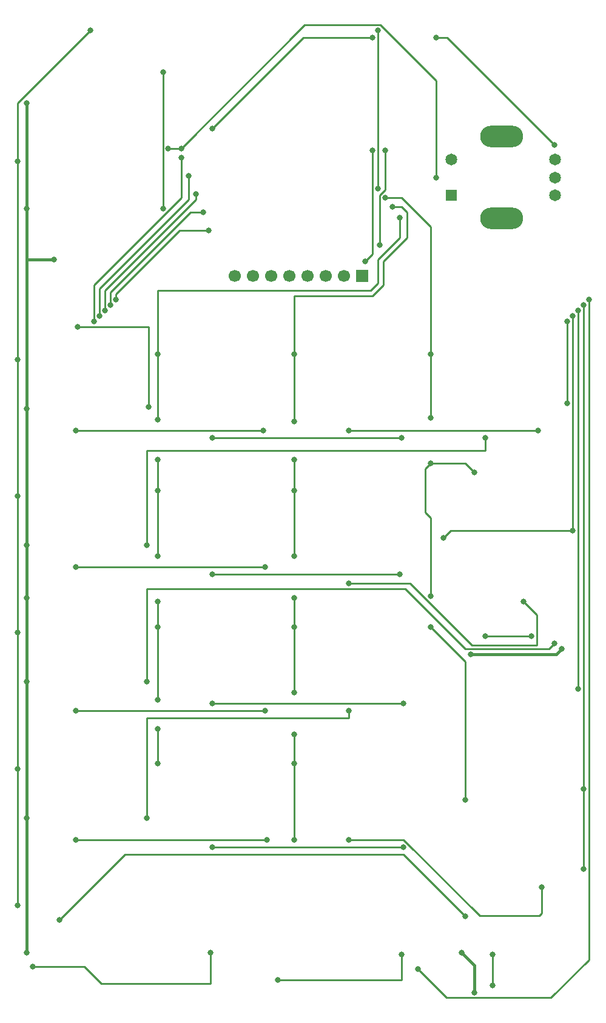
<source format=gbr>
%TF.GenerationSoftware,KiCad,Pcbnew,(5.1.6)-1*%
%TF.CreationDate,2021-03-03T00:47:03-05:00*%
%TF.ProjectId,Numpadulator,4e756d70-6164-4756-9c61-746f722e6b69,rev?*%
%TF.SameCoordinates,Original*%
%TF.FileFunction,Copper,L1,Top*%
%TF.FilePolarity,Positive*%
%FSLAX46Y46*%
G04 Gerber Fmt 4.6, Leading zero omitted, Abs format (unit mm)*
G04 Created by KiCad (PCBNEW (5.1.6)-1) date 2021-03-03 00:47:03*
%MOMM*%
%LPD*%
G01*
G04 APERTURE LIST*
%TA.AperFunction,ComponentPad*%
%ADD10O,6.000000X3.000000*%
%TD*%
%TA.AperFunction,ComponentPad*%
%ADD11C,1.650000*%
%TD*%
%TA.AperFunction,ComponentPad*%
%ADD12R,1.650000X1.650000*%
%TD*%
%TA.AperFunction,ComponentPad*%
%ADD13C,1.700000*%
%TD*%
%TA.AperFunction,ComponentPad*%
%ADD14R,1.700000X1.700000*%
%TD*%
%TA.AperFunction,ViaPad*%
%ADD15C,0.800000*%
%TD*%
%TA.AperFunction,Conductor*%
%ADD16C,0.381000*%
%TD*%
%TA.AperFunction,Conductor*%
%ADD17C,0.254000*%
%TD*%
G04 APERTURE END LIST*
D10*
%TO.P,SW19,2*%
%TO.N,N/C*%
X120396000Y-50434000D03*
%TO.P,SW19,1*%
X120396000Y-61834000D03*
D11*
%TO.P,SW19,B*%
%TO.N,ROTB*%
X127896000Y-53634000D03*
%TO.P,SW19,C*%
%TO.N,GND*%
X127896000Y-56134000D03*
%TO.P,SW19,A*%
%TO.N,ROTA*%
X127896000Y-58634000D03*
%TO.P,SW19,S2*%
%TO.N,Net-(D19-Pad2)*%
X113396000Y-53634000D03*
D12*
%TO.P,SW19,S1*%
%TO.N,COL3*%
X113396000Y-58634000D03*
%TD*%
D13*
%TO.P,U2,8*%
%TO.N,GND*%
X83185000Y-69850000D03*
%TO.P,U2,7*%
%TO.N,VCC*%
X85725000Y-69850000D03*
%TO.P,U2,6*%
%TO.N,Net-(U2-Pad6)*%
X88265000Y-69850000D03*
%TO.P,U2,5*%
%TO.N,Net-(U2-Pad5)*%
X90805000Y-69850000D03*
%TO.P,U2,4*%
%TO.N,Net-(U2-Pad4)*%
X93345000Y-69850000D03*
%TO.P,U2,3*%
%TO.N,Net-(U2-Pad3)*%
X95885000Y-69850000D03*
%TO.P,U2,2*%
%TO.N,SCL*%
X98425000Y-69850000D03*
D14*
%TO.P,U2,1*%
%TO.N,SDA*%
X100965000Y-69850000D03*
%TD*%
D15*
%TO.N,VCC*%
X54102000Y-45720000D03*
X54102000Y-60452000D03*
X54102000Y-88392000D03*
X54102000Y-107442000D03*
X54102000Y-126492000D03*
X54102000Y-145542000D03*
X54102000Y-164338000D03*
X57912000Y-67564000D03*
X54102000Y-114808000D03*
X116586000Y-169926000D03*
X114808000Y-164338000D03*
X116078000Y-122682000D03*
X128778000Y-121920000D03*
%TO.N,ROW0*%
X75692000Y-52070000D03*
X73885500Y-52070000D03*
X111252000Y-56134000D03*
%TO.N,ROW1*%
X75692000Y-53340000D03*
X63500000Y-76200000D03*
X129540000Y-76200000D03*
X129540000Y-87630000D03*
%TO.N,ROW2*%
X76708000Y-55880000D03*
X64262000Y-75438000D03*
X130302000Y-75438000D03*
X112268000Y-106426000D03*
X130302000Y-105410000D03*
%TO.N,ROW3*%
X77724000Y-58420000D03*
X65024000Y-74676000D03*
X131064000Y-74676000D03*
X131064000Y-127508000D03*
%TO.N,ROW4*%
X78740000Y-60960000D03*
X65786000Y-73914000D03*
X131826000Y-73914000D03*
X131826000Y-152654000D03*
X131826000Y-141478000D03*
%TO.N,ROW5*%
X79502000Y-63500000D03*
X66548000Y-73152000D03*
X132588000Y-73152000D03*
X108712000Y-166624000D03*
%TO.N,COL0*%
X52832000Y-53848000D03*
X52832000Y-81534000D03*
X52832000Y-100584000D03*
X52832000Y-119634000D03*
X52832000Y-138684000D03*
X52832000Y-157734000D03*
X103124000Y-57658000D03*
X103124000Y-35560000D03*
X62992000Y-35560000D03*
%TO.N,Net-(D24-Pad1)*%
X71120000Y-88138000D03*
%TO.N,LED*%
X73152000Y-60452000D03*
X73152000Y-41402000D03*
%TO.N,Net-(SW2-Pad2)*%
X60960000Y-91440000D03*
X87122000Y-91440000D03*
%TO.N,Net-(D25-Pad1)*%
X60960000Y-110490000D03*
X87376000Y-110490000D03*
%TO.N,Net-(SW16-Pad2)*%
X118110000Y-92456000D03*
X70866000Y-107442000D03*
%TO.N,Net-(SW4-Pad2)*%
X60960000Y-130556000D03*
X87376000Y-130556000D03*
%TO.N,Net-(SW10-Pad4)*%
X60960000Y-148590000D03*
X87630000Y-148590000D03*
%TO.N,Net-(SW13-Pad2)*%
X99060000Y-130556000D03*
X70866000Y-145542000D03*
%TO.N,COL1*%
X106172000Y-61722000D03*
X72390000Y-89916000D03*
X72390000Y-95504000D03*
X72390000Y-108966000D03*
X72390000Y-115316000D03*
X72390000Y-118872000D03*
X72390000Y-99822000D03*
X72390000Y-129032000D03*
X72390000Y-133096000D03*
X72390000Y-137922000D03*
X72390000Y-80772000D03*
%TO.N,Net-(SW11-Pad4)*%
X80010000Y-92456000D03*
X106426000Y-92456000D03*
%TO.N,Net-(SW12-Pad4)*%
X80010000Y-111506000D03*
X106172000Y-111506000D03*
%TO.N,Net-(SW13-Pad4)*%
X80010000Y-129540000D03*
X106680000Y-129540000D03*
%TO.N,Net-(SW10-Pad2)*%
X80010000Y-149606000D03*
X106680000Y-149606000D03*
%TO.N,COL2*%
X105156000Y-60198000D03*
X91440000Y-80772000D03*
X91440000Y-90170000D03*
X91440000Y-95504000D03*
X91440000Y-99822000D03*
X91440000Y-108966000D03*
X91440000Y-114808000D03*
X91440000Y-118872000D03*
X91440000Y-128016000D03*
X91440000Y-133858000D03*
X91440000Y-137922000D03*
X91440000Y-148590000D03*
%TO.N,Net-(SW11-Pad2)*%
X99060000Y-91440000D03*
X125476000Y-91440000D03*
%TO.N,COL3*%
X104140000Y-58928000D03*
X110490000Y-80772000D03*
X110490000Y-89662000D03*
X110490000Y-96012000D03*
X110490000Y-118872000D03*
X110490000Y-114554000D03*
X116586000Y-97282000D03*
X115316000Y-143002000D03*
%TO.N,ROTB*%
X80010000Y-49276000D03*
X102362000Y-36576000D03*
X111252000Y-36576000D03*
X127762000Y-51562000D03*
%TO.N,SDA*%
X104140000Y-52324000D03*
X103378000Y-65532000D03*
%TO.N,SCL*%
X102362000Y-52324000D03*
X101346000Y-67818000D03*
%TO.N,Net-(D20-Pad2)*%
X89154000Y-168148000D03*
X106426000Y-164592000D03*
%TO.N,Net-(D20-Pad4)*%
X79756000Y-164338000D03*
X54959637Y-166271599D03*
%TO.N,Net-(D22-Pad2)*%
X115316000Y-159258000D03*
%TO.N,Net-(D26-Pad1)*%
X70866000Y-126492000D03*
%TO.N,Net-(D21-Pad2)*%
X118110000Y-120142000D03*
X124622000Y-120142000D03*
%TO.N,Net-(D21-Pad4)*%
X99060000Y-112776000D03*
X123444000Y-115316000D03*
%TO.N,Net-(D22-Pad4)*%
X99060000Y-148590000D03*
X125984000Y-155194000D03*
%TO.N,Net-(D24-Pad1)*%
X61214000Y-76962000D03*
%TO.N,Net-(D28-Pad3)*%
X119126000Y-168910000D03*
X119126000Y-164592000D03*
%TO.N,Net-(D22-Pad2)*%
X58674000Y-159766000D03*
%TO.N,Net-(D26-Pad1)*%
X127762000Y-121158000D03*
%TD*%
D16*
%TO.N,VCC*%
X54102000Y-45720000D02*
X54102000Y-60198000D01*
X54102000Y-60198000D02*
X54102000Y-60452000D01*
X54102000Y-125984000D02*
X54102000Y-126492000D01*
X54102000Y-106934000D02*
X54102000Y-107442000D01*
X54102000Y-87884000D02*
X54102000Y-88392000D01*
X54102000Y-88392000D02*
X54102000Y-88392000D01*
X54102000Y-87122000D02*
X54102000Y-87884000D01*
X54102000Y-106172000D02*
X54102000Y-106934000D01*
X54102000Y-125222000D02*
X54102000Y-125984000D01*
X54102000Y-163068000D02*
X54102000Y-163068000D01*
X54102000Y-144272000D02*
X54102000Y-145034000D01*
X54102000Y-145034000D02*
X54102000Y-145542000D01*
X54102000Y-149200962D02*
X54102000Y-163068000D01*
X54102000Y-90424000D02*
X54102000Y-106172000D01*
X54102000Y-128524000D02*
X54102000Y-144272000D01*
X54102000Y-147574000D02*
X54102000Y-149200962D01*
X54102000Y-163068000D02*
X54102000Y-164338000D01*
X54102000Y-88392000D02*
X54102000Y-90424000D01*
X54102000Y-107442000D02*
X54102000Y-109474000D01*
X54102000Y-126492000D02*
X54102000Y-128524000D01*
X54102000Y-145542000D02*
X54102000Y-147574000D01*
X54102000Y-67564000D02*
X54102000Y-87122000D01*
X54102000Y-60452000D02*
X54102000Y-67564000D01*
X54102000Y-67564000D02*
X57912000Y-67564000D01*
X54102000Y-114808000D02*
X54102000Y-125222000D01*
X54102000Y-109474000D02*
X54102000Y-114808000D01*
X116586000Y-169926000D02*
X116586000Y-166116000D01*
X116586000Y-166116000D02*
X114808000Y-164338000D01*
X116078000Y-122682000D02*
X128016000Y-122682000D01*
X128016000Y-122682000D02*
X128778000Y-121920000D01*
D17*
%TO.N,ROW0*%
X75692000Y-52070000D02*
X73885500Y-52070000D01*
X111252000Y-42612038D02*
X111252000Y-56134000D01*
X75692000Y-52070000D02*
X92929001Y-34832999D01*
X103472961Y-34832999D02*
X111252000Y-42612038D01*
X92929001Y-34832999D02*
X103472961Y-34832999D01*
%TO.N,ROW1*%
X63500000Y-71179962D02*
X63500000Y-76200000D01*
X75692000Y-53340000D02*
X75692000Y-58987962D01*
X75692000Y-58987962D02*
X63500000Y-71179962D01*
X129540000Y-76200000D02*
X129540000Y-87630000D01*
%TO.N,ROW2*%
X76708000Y-55880000D02*
X76708000Y-59182000D01*
X76708000Y-59182000D02*
X64262000Y-71628000D01*
X64262000Y-71628000D02*
X64262000Y-75438000D01*
X130302000Y-75438000D02*
X130302000Y-87943962D01*
X130302000Y-87943962D02*
X130302000Y-105410000D01*
X113284000Y-105410000D02*
X112268000Y-106426000D01*
X130302000Y-105410000D02*
X113284000Y-105410000D01*
%TO.N,ROW3*%
X77724000Y-58420000D02*
X77724000Y-59182000D01*
X77724000Y-59182000D02*
X65024000Y-71882000D01*
X65024000Y-71882000D02*
X65024000Y-74676000D01*
X131064000Y-74676000D02*
X131064000Y-127508000D01*
%TO.N,ROW4*%
X78740000Y-60960000D02*
X76962000Y-60960000D01*
X76962000Y-60960000D02*
X65786000Y-72136000D01*
X65786000Y-72136000D02*
X65786000Y-73914000D01*
X131826000Y-73914000D02*
X131826000Y-110744000D01*
X131826000Y-110744000D02*
X131826000Y-114046000D01*
X131826000Y-148844000D02*
X131826000Y-152654000D01*
X131826000Y-114046000D02*
X131826000Y-141478000D01*
X131826000Y-141478000D02*
X131826000Y-148844000D01*
%TO.N,ROW5*%
X79502000Y-63500000D02*
X75438000Y-63500000D01*
X75438000Y-63500000D02*
X66548000Y-72390000D01*
X66548000Y-72390000D02*
X66548000Y-73152000D01*
X132588000Y-73152000D02*
X132588000Y-165354000D01*
X127288999Y-170653001D02*
X132588000Y-165354000D01*
X112741001Y-170653001D02*
X127288999Y-170653001D01*
X108712000Y-166624000D02*
X112741001Y-170653001D01*
%TO.N,COL0*%
X52832000Y-45720000D02*
X52832000Y-53848000D01*
X52832000Y-53848000D02*
X52832000Y-81534000D01*
X52832000Y-81534000D02*
X52832000Y-100584000D01*
X52832000Y-100584000D02*
X52832000Y-119634000D01*
X52832000Y-119634000D02*
X52832000Y-138684000D01*
X52832000Y-138684000D02*
X52832000Y-157734000D01*
X103124000Y-57658000D02*
X103124000Y-35560000D01*
X62992000Y-35560000D02*
X52832000Y-45720000D01*
%TO.N,Net-(D24-Pad1)*%
X71120000Y-88138000D02*
X71120000Y-76962000D01*
%TO.N,LED*%
X73152000Y-41402000D02*
X73152000Y-60452000D01*
%TO.N,Net-(SW2-Pad2)*%
X60960000Y-91440000D02*
X87122000Y-91440000D01*
%TO.N,Net-(D25-Pad1)*%
X60960000Y-110490000D02*
X87376000Y-110490000D01*
%TO.N,Net-(SW16-Pad2)*%
X118110000Y-92456000D02*
X118110000Y-94234000D01*
X118110000Y-94234000D02*
X70866000Y-94234000D01*
X70866000Y-94234000D02*
X70866000Y-107442000D01*
%TO.N,Net-(SW4-Pad2)*%
X60960000Y-130556000D02*
X87376000Y-130556000D01*
%TO.N,Net-(SW10-Pad4)*%
X60960000Y-148590000D02*
X87630000Y-148590000D01*
%TO.N,Net-(SW13-Pad2)*%
X99060000Y-130556000D02*
X99060000Y-131572000D01*
X99060000Y-131572000D02*
X70866000Y-131572000D01*
X70866000Y-131572000D02*
X70866000Y-145542000D01*
%TO.N,COL1*%
X72390000Y-81534000D02*
X72390000Y-89916000D01*
X72527239Y-108828761D02*
X72390000Y-108966000D01*
X72390000Y-115316000D02*
X72390000Y-118872000D01*
X72390000Y-95504000D02*
X72390000Y-99822000D01*
X72390000Y-99822000D02*
X72390000Y-108966000D01*
X72390000Y-118872000D02*
X72390000Y-129032000D01*
X72390000Y-133096000D02*
X72390000Y-137922000D01*
X72390000Y-80772000D02*
X72390000Y-81534000D01*
X72390000Y-71882000D02*
X72390000Y-80772000D01*
X106172000Y-61722000D02*
X106172000Y-64516000D01*
X103124000Y-67564000D02*
X103124000Y-70866000D01*
X103124000Y-70866000D02*
X102108000Y-71882000D01*
X106172000Y-64516000D02*
X103124000Y-67564000D01*
X102108000Y-71882000D02*
X72390000Y-71882000D01*
%TO.N,Net-(SW11-Pad4)*%
X80010000Y-92456000D02*
X106426000Y-92456000D01*
%TO.N,Net-(SW12-Pad4)*%
X80010000Y-111506000D02*
X106172000Y-111506000D01*
%TO.N,Net-(SW13-Pad4)*%
X80010000Y-129540000D02*
X106680000Y-129540000D01*
%TO.N,Net-(SW10-Pad2)*%
X80010000Y-149606000D02*
X106680000Y-149606000D01*
%TO.N,COL2*%
X91440000Y-80772000D02*
X91440000Y-90170000D01*
X91440000Y-95504000D02*
X91440000Y-99822000D01*
X91440000Y-99822000D02*
X91440000Y-108966000D01*
X91440000Y-114808000D02*
X91440000Y-118872000D01*
X91440000Y-118872000D02*
X91440000Y-128016000D01*
X91440000Y-133858000D02*
X91440000Y-137922000D01*
X91440000Y-137922000D02*
X91440000Y-148590000D01*
X107188000Y-60960000D02*
X106426000Y-60198000D01*
X107188000Y-64516000D02*
X107188000Y-60960000D01*
X91440000Y-72644000D02*
X102362000Y-72644000D01*
X91440000Y-80772000D02*
X91440000Y-72644000D01*
X103886000Y-67818000D02*
X107188000Y-64516000D01*
X102362000Y-72644000D02*
X103886000Y-71120000D01*
X106426000Y-60198000D02*
X105156000Y-60198000D01*
X103886000Y-71120000D02*
X103886000Y-67818000D01*
%TO.N,Net-(SW11-Pad2)*%
X99060000Y-91440000D02*
X125476000Y-91440000D01*
%TO.N,COL3*%
X110490000Y-80772000D02*
X110490000Y-89662000D01*
X110490000Y-72390000D02*
X110490000Y-80772000D01*
X110490000Y-62992000D02*
X110490000Y-72390000D01*
X104140000Y-58928000D02*
X106426000Y-58928000D01*
X106426000Y-58928000D02*
X110490000Y-62992000D01*
X110490000Y-118872000D02*
X115316000Y-123698000D01*
X115316000Y-123698000D02*
X115316000Y-126746000D01*
X110490000Y-96012000D02*
X109728000Y-96774000D01*
X109728000Y-96774000D02*
X109728000Y-102870000D01*
X109728000Y-102870000D02*
X110490000Y-103632000D01*
X110490000Y-103632000D02*
X110490000Y-114554000D01*
X115316000Y-126746000D02*
X115316000Y-134366000D01*
X110490000Y-96012000D02*
X115316000Y-96012000D01*
X115316000Y-96012000D02*
X116586000Y-97282000D01*
X115316000Y-134366000D02*
X115316000Y-143002000D01*
%TO.N,ROTB*%
X80010000Y-49276000D02*
X92710000Y-36576000D01*
X92710000Y-36576000D02*
X102362000Y-36576000D01*
X111252000Y-36576000D02*
X112776000Y-36576000D01*
X112776000Y-36576000D02*
X127762000Y-51562000D01*
%TO.N,SDA*%
X104140000Y-57852038D02*
X103412999Y-58579039D01*
X104140000Y-52324000D02*
X104140000Y-57852038D01*
X103412999Y-58579039D02*
X103412999Y-65497001D01*
X103412999Y-65497001D02*
X103378000Y-65532000D01*
%TO.N,SCL*%
X102362000Y-52324000D02*
X102362000Y-66802000D01*
X102362000Y-66802000D02*
X101346000Y-67818000D01*
%TO.N,Net-(D20-Pad2)*%
X89154000Y-168148000D02*
X106426000Y-168148000D01*
X106426000Y-168148000D02*
X106426000Y-164592000D01*
%TO.N,Net-(D22-Pad2)*%
X106680000Y-150622000D02*
X79756000Y-150622000D01*
%TO.N,Net-(D20-Pad4)*%
X79756000Y-168656000D02*
X79756000Y-164338000D01*
X64585434Y-168656000D02*
X79756000Y-168656000D01*
X62201033Y-166271599D02*
X64585434Y-168656000D01*
X54959637Y-166271599D02*
X62201033Y-166271599D01*
%TO.N,Net-(D22-Pad2)*%
X106680000Y-150622000D02*
X115316000Y-159258000D01*
%TO.N,Net-(D26-Pad1)*%
X106934000Y-113538000D02*
X70866000Y-113538000D01*
X70866000Y-113538000D02*
X70866000Y-126492000D01*
%TO.N,Net-(D21-Pad2)*%
X118110000Y-120142000D02*
X124622000Y-120142000D01*
%TO.N,Net-(D26-Pad1)*%
X106934000Y-113538000D02*
X115030250Y-121634250D01*
%TO.N,Net-(D21-Pad4)*%
X99060000Y-112776000D02*
X107636038Y-112776000D01*
X107636038Y-112776000D02*
X107636038Y-112779538D01*
X107636038Y-112779538D02*
X116268500Y-121412000D01*
X116268500Y-121412000D02*
X125349000Y-121412000D01*
X125349000Y-121412000D02*
X125349000Y-117221000D01*
X125349000Y-117221000D02*
X123444000Y-115316000D01*
%TO.N,Net-(D22-Pad4)*%
X99060000Y-148590000D02*
X106739962Y-148590000D01*
X106739962Y-148590000D02*
X117348000Y-159198038D01*
X117348000Y-159198038D02*
X125670038Y-159198038D01*
X125670038Y-159198038D02*
X125984000Y-158884076D01*
X125984000Y-158884076D02*
X125984000Y-155194000D01*
%TO.N,Net-(D24-Pad1)*%
X61214000Y-76962000D02*
X60960000Y-76962000D01*
X71120000Y-76962000D02*
X61214000Y-76962000D01*
%TO.N,Net-(D28-Pad3)*%
X119126000Y-168910000D02*
X119126000Y-164592000D01*
%TO.N,Net-(D22-Pad2)*%
X79756000Y-150622000D02*
X67818000Y-150622000D01*
X67818000Y-150622000D02*
X58674000Y-159766000D01*
%TO.N,Net-(D26-Pad1)*%
X115030250Y-121634250D02*
X115316000Y-121920000D01*
X115316000Y-121920000D02*
X127000000Y-121920000D01*
X127000000Y-121920000D02*
X127762000Y-121158000D01*
%TD*%
M02*

</source>
